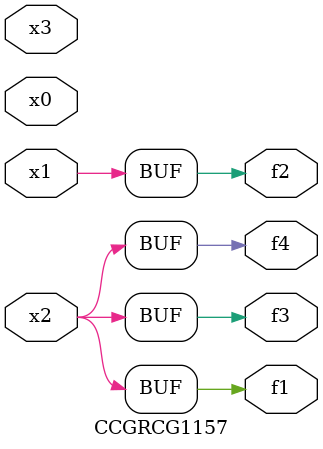
<source format=v>
module CCGRCG1157(
	input x0, x1, x2, x3,
	output f1, f2, f3, f4
);
	assign f1 = x2;
	assign f2 = x1;
	assign f3 = x2;
	assign f4 = x2;
endmodule

</source>
